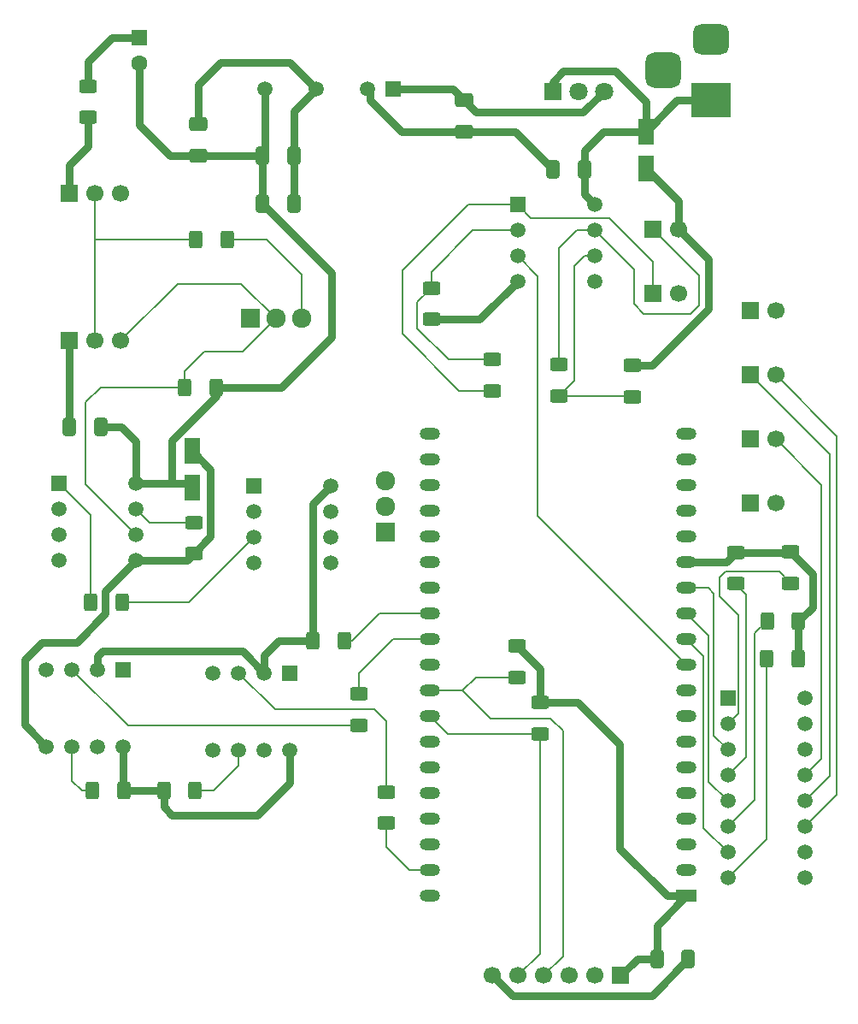
<source format=gbr>
%TF.GenerationSoftware,KiCad,Pcbnew,8.0.8*%
%TF.CreationDate,2025-02-05T15:07:17-06:00*%
%TF.ProjectId,DMXtoMotionPCB_V3,444d5874-6f4d-46f7-9469-6f6e5043425f,rev?*%
%TF.SameCoordinates,Original*%
%TF.FileFunction,Copper,L1,Top*%
%TF.FilePolarity,Positive*%
%FSLAX46Y46*%
G04 Gerber Fmt 4.6, Leading zero omitted, Abs format (unit mm)*
G04 Created by KiCad (PCBNEW 8.0.8) date 2025-02-05 15:07:17*
%MOMM*%
%LPD*%
G01*
G04 APERTURE LIST*
G04 Aperture macros list*
%AMRoundRect*
0 Rectangle with rounded corners*
0 $1 Rounding radius*
0 $2 $3 $4 $5 $6 $7 $8 $9 X,Y pos of 4 corners*
0 Add a 4 corners polygon primitive as box body*
4,1,4,$2,$3,$4,$5,$6,$7,$8,$9,$2,$3,0*
0 Add four circle primitives for the rounded corners*
1,1,$1+$1,$2,$3*
1,1,$1+$1,$4,$5*
1,1,$1+$1,$6,$7*
1,1,$1+$1,$8,$9*
0 Add four rect primitives between the rounded corners*
20,1,$1+$1,$2,$3,$4,$5,0*
20,1,$1+$1,$4,$5,$6,$7,0*
20,1,$1+$1,$6,$7,$8,$9,0*
20,1,$1+$1,$8,$9,$2,$3,0*%
%AMRotRect*
0 Rectangle, with rotation*
0 The origin of the aperture is its center*
0 $1 length*
0 $2 width*
0 $3 Rotation angle, in degrees counterclockwise*
0 Add horizontal line*
21,1,$1,$2,0,0,$3*%
G04 Aperture macros list end*
%TA.AperFunction,ComponentPad*%
%ADD10R,1.920000X1.920000*%
%TD*%
%TA.AperFunction,ComponentPad*%
%ADD11C,1.920000*%
%TD*%
%TA.AperFunction,ComponentPad*%
%ADD12R,4.000000X3.500000*%
%TD*%
%TA.AperFunction,ComponentPad*%
%ADD13RoundRect,0.750000X-1.000000X0.750000X-1.000000X-0.750000X1.000000X-0.750000X1.000000X0.750000X0*%
%TD*%
%TA.AperFunction,ComponentPad*%
%ADD14RoundRect,0.875000X-0.875000X0.875000X-0.875000X-0.875000X0.875000X-0.875000X0.875000X0.875000X0*%
%TD*%
%TA.AperFunction,ComponentPad*%
%ADD15R,1.700000X1.700000*%
%TD*%
%TA.AperFunction,ComponentPad*%
%ADD16C,1.700000*%
%TD*%
%TA.AperFunction,SMDPad,CuDef*%
%ADD17RoundRect,0.250000X-0.400000X-0.625000X0.400000X-0.625000X0.400000X0.625000X-0.400000X0.625000X0*%
%TD*%
%TA.AperFunction,SMDPad,CuDef*%
%ADD18RoundRect,0.250000X0.550000X-1.050000X0.550000X1.050000X-0.550000X1.050000X-0.550000X-1.050000X0*%
%TD*%
%TA.AperFunction,SMDPad,CuDef*%
%ADD19RoundRect,0.250000X-0.625000X0.400000X-0.625000X-0.400000X0.625000X-0.400000X0.625000X0.400000X0*%
%TD*%
%TA.AperFunction,SMDPad,CuDef*%
%ADD20RoundRect,0.250000X0.650000X-0.412500X0.650000X0.412500X-0.650000X0.412500X-0.650000X-0.412500X0*%
%TD*%
%TA.AperFunction,ComponentPad*%
%ADD21R,1.500000X1.500000*%
%TD*%
%TA.AperFunction,ComponentPad*%
%ADD22C,1.500000*%
%TD*%
%TA.AperFunction,SMDPad,CuDef*%
%ADD23RoundRect,0.250000X-0.412500X-0.650000X0.412500X-0.650000X0.412500X0.650000X-0.412500X0.650000X0*%
%TD*%
%TA.AperFunction,SMDPad,CuDef*%
%ADD24RoundRect,0.250000X-0.550042X1.049978X-0.549958X-1.050022X0.550042X-1.049978X0.549958X1.050022X0*%
%TD*%
%TA.AperFunction,SMDPad,CuDef*%
%ADD25RoundRect,0.250000X0.625000X-0.400000X0.625000X0.400000X-0.625000X0.400000X-0.625000X-0.400000X0*%
%TD*%
%TA.AperFunction,SMDPad,CuDef*%
%ADD26RoundRect,0.250000X0.625007X-0.399989X0.624993X0.400011X-0.625007X0.399989X-0.624993X-0.400011X0*%
%TD*%
%TA.AperFunction,ComponentPad*%
%ADD27R,2.000000X1.200000*%
%TD*%
%TA.AperFunction,ComponentPad*%
%ADD28O,2.000000X1.200000*%
%TD*%
%TA.AperFunction,SMDPad,CuDef*%
%ADD29RoundRect,0.250000X0.412500X0.650000X-0.412500X0.650000X-0.412500X-0.650000X0.412500X-0.650000X0*%
%TD*%
%TA.AperFunction,ComponentPad*%
%ADD30R,1.800000X1.800000*%
%TD*%
%TA.AperFunction,ComponentPad*%
%ADD31C,1.800000*%
%TD*%
%TA.AperFunction,SMDPad,CuDef*%
%ADD32RoundRect,0.250000X0.400000X0.625000X-0.400000X0.625000X-0.400000X-0.625000X0.400000X-0.625000X0*%
%TD*%
%TA.AperFunction,SMDPad,CuDef*%
%ADD33RoundRect,0.250000X-0.650000X0.412500X-0.650000X-0.412500X0.650000X-0.412500X0.650000X0.412500X0*%
%TD*%
%TA.AperFunction,ComponentPad*%
%ADD34RotRect,1.700000X1.700000X0.001684*%
%TD*%
%TA.AperFunction,SMDPad,CuDef*%
%ADD35RoundRect,0.250000X-0.625010X0.399984X-0.624990X-0.400016X0.625010X-0.399984X0.624990X0.400016X0*%
%TD*%
%TA.AperFunction,SMDPad,CuDef*%
%ADD36RoundRect,0.250000X-0.625003X0.399995X-0.624997X-0.400005X0.625003X-0.399995X0.624997X0.400005X0*%
%TD*%
%TA.AperFunction,ComponentPad*%
%ADD37R,1.600000X1.600000*%
%TD*%
%TA.AperFunction,ComponentPad*%
%ADD38C,1.600000*%
%TD*%
%TA.AperFunction,SMDPad,CuDef*%
%ADD39RoundRect,0.250000X0.412486X0.650009X-0.412514X0.649991X-0.412486X-0.650009X0.412514X-0.649991X0*%
%TD*%
%TA.AperFunction,Conductor*%
%ADD40C,0.800000*%
%TD*%
%TA.AperFunction,Conductor*%
%ADD41C,0.200000*%
%TD*%
G04 APERTURE END LIST*
D10*
%TO.P,S4,1*%
%TO.N,Net_22*%
X141460000Y-106930000D03*
D11*
%TO.P,S4,2*%
%TO.N,GND*%
X141460000Y-104390000D03*
%TO.P,S4,3*%
%TO.N,N/C*%
X141460000Y-101850000D03*
%TD*%
D12*
%TO.P,J1,1,1*%
%TO.N,12V*%
X173680000Y-64220000D03*
D13*
%TO.P,J1,2,2*%
%TO.N,GND*%
X173680000Y-58220000D03*
D14*
%TO.P,J1,3,3*%
%TO.N,unconnected-(J1-Pad3)*%
X168980000Y-61220000D03*
%TD*%
D15*
%TO.P,J6,1*%
%TO.N,Net_46*%
X167987500Y-83369500D03*
D16*
%TO.P,J6,2*%
%TO.N,GND*%
X170527500Y-83369500D03*
%TD*%
D17*
%TO.P,R13,1,A*%
%TO.N,3.3V_ESP*%
X134251100Y-117703600D03*
%TO.P,R13,2,B*%
%TO.N,RX*%
X137351100Y-117703600D03*
%TD*%
D18*
%TO.P,C5,1,PLUS*%
%TO.N,ISO-5V*%
X122310000Y-102540000D03*
%TO.P,C5,2,MINUS*%
%TO.N,ISO-GND*%
X122310000Y-98940000D03*
%TD*%
D17*
%TO.P,R5,1,A*%
%TO.N,Net_15*%
X112400000Y-132540000D03*
%TO.P,R5,2,B*%
%TO.N,ISO-5V*%
X115500000Y-132540000D03*
%TD*%
D19*
%TO.P,R3,1,A*%
%TO.N,Net_11*%
X141516100Y-132663600D03*
%TO.P,R3,2,B*%
%TO.N,Net_10*%
X141516100Y-135763600D03*
%TD*%
D15*
%TO.P,J4,1*%
%TO.N,Net_40*%
X177617000Y-97751000D03*
D16*
%TO.P,J4,2*%
%TO.N,Net_41*%
X180157000Y-97751000D03*
%TD*%
D20*
%TO.P,C1,1,1*%
%TO.N,ISO-5V*%
X122930000Y-69682500D03*
%TO.P,C1,2,2*%
%TO.N,ISO-GND*%
X122930000Y-66557500D03*
%TD*%
D21*
%TO.P,VO2,1*%
%TO.N,N/C*%
X115481100Y-120561100D03*
D22*
%TO.P,VO2,2,VF+*%
%TO.N,3.3V_ESP*%
X112941100Y-120561100D03*
%TO.P,VO2,3,VF-*%
%TO.N,Net_9*%
X110401100Y-120561100D03*
%TO.P,VO2,4*%
%TO.N,N/C*%
X107861100Y-120561100D03*
%TO.P,VO2,5,GND*%
%TO.N,ISO-GND*%
X107861100Y-128181100D03*
%TO.P,VO2,6,VO*%
%TO.N,Net_15*%
X110401100Y-128181100D03*
%TO.P,VO2,7,VE*%
%TO.N,unconnected-(VO2-VE-Pad7)*%
X112941100Y-128181100D03*
%TO.P,VO2,8,VCC*%
%TO.N,ISO-5V*%
X115481100Y-128181100D03*
%TD*%
D23*
%TO.P,C7,1,1*%
%TO.N,3.3V_ESP*%
X168337500Y-149200000D03*
%TO.P,C7,2,2*%
%TO.N,GND*%
X171462500Y-149200000D03*
%TD*%
D24*
%TO.P,C4,1,PLUS*%
%TO.N,12V*%
X167233515Y-67326133D03*
%TO.P,C4,2,MINUS*%
%TO.N,GND*%
X167233661Y-70926133D03*
%TD*%
D15*
%TO.P,J5,1*%
%TO.N,3.3V_ESP*%
X164760000Y-150830000D03*
D16*
%TO.P,J5,2*%
%TO.N,Net_32*%
X162220000Y-150830000D03*
%TO.P,J5,3*%
%TO.N,Net_33*%
X159680000Y-150830000D03*
%TO.P,J5,4*%
%TO.N,But1*%
X157140000Y-150830000D03*
%TO.P,J5,5*%
%TO.N,But2*%
X154600000Y-150830000D03*
%TO.P,J5,6*%
%TO.N,GND*%
X152060000Y-150830000D03*
%TD*%
D25*
%TO.P,R19,1,A*%
%TO.N,Net_21*%
X158630000Y-93490000D03*
%TO.P,R19,2,B*%
%TO.N,Net_18*%
X158630000Y-90390000D03*
%TD*%
D21*
%TO.P,U2,1,RO*%
%TO.N,Net_13*%
X109131100Y-102146100D03*
D22*
%TO.P,U2,2,~{RE}*%
%TO.N,Net_14*%
X109131100Y-104686100D03*
%TO.P,U2,3,DE*%
X109131100Y-107226100D03*
%TO.P,U2,4,DI*%
%TO.N,Net_15*%
X109131100Y-109766100D03*
%TO.P,U2,5,GND*%
%TO.N,ISO-GND*%
X116751100Y-109766100D03*
%TO.P,U2,6,A*%
%TO.N,Net_17*%
X116751100Y-107226100D03*
%TO.P,U2,7,B*%
%TO.N,Net_16*%
X116751100Y-104686100D03*
%TO.P,U2,8,VCC*%
%TO.N,ISO-5V*%
X116751100Y-102146100D03*
%TD*%
D19*
%TO.P,R14,1,A*%
%TO.N,GND*%
X176190000Y-108970000D03*
%TO.P,R14,2,B*%
%TO.N,Net_35*%
X176190000Y-112070000D03*
%TD*%
D17*
%TO.P,R4,1,A*%
%TO.N,Net_13*%
X112270000Y-113910000D03*
%TO.P,R4,2,B*%
%TO.N,Net_12*%
X115370000Y-113910000D03*
%TD*%
D15*
%TO.P,J3,1*%
%TO.N,ISO-GND*%
X110150000Y-88010000D03*
D16*
%TO.P,J3,2*%
%TO.N,Net_16*%
X112690000Y-88010000D03*
%TO.P,J3,3*%
%TO.N,Net_17*%
X115230000Y-88010000D03*
%TD*%
D21*
%TO.P,U5,1,OUT*%
%TO.N,Net_46*%
X154533600Y-74523600D03*
D22*
%TO.P,U5,2,IN-*%
%TO.N,Net_47*%
X154533600Y-77063600D03*
%TO.P,U5,3,IN+*%
%TO.N,Net_24*%
X154533600Y-79603600D03*
%TO.P,U5,4,V-*%
%TO.N,GND*%
X154533600Y-82143600D03*
%TO.P,U5,5,IN+*%
%TO.N,Net_8*%
X162153600Y-82143600D03*
%TO.P,U5,6,IN-*%
%TO.N,Net_21*%
X162153600Y-79603600D03*
%TO.P,U5,7,OUT*%
%TO.N,Net_18*%
X162153600Y-77063600D03*
%TO.P,U5,8,V+*%
%TO.N,12V*%
X162153600Y-74523600D03*
%TD*%
D21*
%TO.P,VO4,1,Anode@1*%
%TO.N,Net_6*%
X175380000Y-123410000D03*
D22*
%TO.P,VO4,2,Cathode@1*%
%TO.N,Net_0*%
X175380000Y-125950000D03*
%TO.P,VO4,3,Anode@2*%
%TO.N,Net_7*%
X175380000Y-128490000D03*
%TO.P,VO4,4,Cathode@2*%
%TO.N,Net_35*%
X175380000Y-131030000D03*
%TO.P,VO4,5,Anode@3*%
%TO.N,Net_1*%
X175380000Y-133570000D03*
%TO.P,VO4,6,Cathode@3*%
%TO.N,Net_36*%
X175380000Y-136110000D03*
%TO.P,VO4,7,Anode@4*%
%TO.N,Net_2*%
X175380000Y-138650000D03*
%TO.P,VO4,8,Cathode@4*%
%TO.N,Net_37*%
X175380000Y-141190000D03*
%TO.P,VO4,9,Emitter@4*%
%TO.N,Net_45*%
X183000000Y-141190000D03*
%TO.P,VO4,10,Collector@4*%
%TO.N,Net_44*%
X183000000Y-138650000D03*
%TO.P,VO4,11,Emitter@3*%
%TO.N,Net_43*%
X183000000Y-136110000D03*
%TO.P,VO4,12,Collector@3*%
%TO.N,Net_42*%
X183000000Y-133570000D03*
%TO.P,VO4,13,Emitter@2*%
%TO.N,Net_41*%
X183000000Y-131030000D03*
%TO.P,VO4,14,Collector@2*%
%TO.N,Net_40*%
X183000000Y-128490000D03*
%TO.P,VO4,15,Emitter@1*%
%TO.N,Net_38*%
X183000000Y-125950000D03*
%TO.P,VO4,16,Collector@1*%
%TO.N,Net_39*%
X183000000Y-123410000D03*
%TD*%
D26*
%TO.P,R8,1,A*%
%TO.N,ISO-GND*%
X122450028Y-109090000D03*
%TO.P,R8,2,B*%
%TO.N,Net_16*%
X122449972Y-105990000D03*
%TD*%
D17*
%TO.P,R7,1,A*%
%TO.N,Net_17*%
X121551100Y-92621100D03*
%TO.P,R7,2,B*%
%TO.N,ISO-5V*%
X124651100Y-92621100D03*
%TD*%
D21*
%TO.P,U1,1*%
%TO.N,5V*%
X142202600Y-63093600D03*
D22*
%TO.P,U1,2*%
%TO.N,GND*%
X139662600Y-63093600D03*
%TO.P,U1,5*%
%TO.N,ISO-GND*%
X134582600Y-63093600D03*
%TO.P,U1,7*%
%TO.N,ISO-5V*%
X129502600Y-63093600D03*
%TD*%
D25*
%TO.P,R20,1,A*%
%TO.N,GND*%
X145990000Y-85900000D03*
%TO.P,R20,2,B*%
%TO.N,Net_47*%
X145990000Y-82800000D03*
%TD*%
D19*
%TO.P,R10,1,A*%
%TO.N,3.3V_ESP*%
X154490000Y-118240000D03*
%TO.P,R10,2,B*%
%TO.N,But1*%
X154490000Y-121340000D03*
%TD*%
D27*
%TO.P,U6,1,3.3V*%
%TO.N,3.3V_ESP*%
X171270000Y-142960000D03*
D28*
%TO.P,U6,2,EN*%
%TO.N,unconnected-(U6-EN-Pad2)*%
X171270000Y-140420000D03*
%TO.P,U6,3,VP*%
%TO.N,unconnected-(U6-VP-Pad3)*%
X171270000Y-137880000D03*
%TO.P,U6,4,VN*%
%TO.N,unconnected-(U6-VN-Pad4)*%
X171270000Y-135340000D03*
%TO.P,U6,5,34*%
%TO.N,unconnected-(U6-34-Pad5)*%
X171270000Y-132800000D03*
%TO.P,U6,6,35*%
%TO.N,unconnected-(U6-35-Pad6)*%
X171270000Y-130260000D03*
%TO.P,U6,7,32*%
%TO.N,unconnected-(U6-32-Pad7)*%
X171270000Y-127720000D03*
%TO.P,U6,8,33*%
%TO.N,unconnected-(U6-33-Pad8)*%
X171270000Y-125180000D03*
%TO.P,U6,9,25*%
%TO.N,Net_8*%
X171270000Y-122640000D03*
%TO.P,U6,10,26*%
%TO.N,Net_24*%
X171270000Y-120100000D03*
%TO.P,U6,11,27*%
%TO.N,Net_2*%
X171270000Y-117560000D03*
%TO.P,U6,12,14*%
%TO.N,Net_1*%
X171270000Y-115020000D03*
%TO.P,U6,13,12*%
%TO.N,Net_7*%
X171270000Y-112480000D03*
%TO.P,U6,14,GND*%
%TO.N,GND*%
X171270000Y-109940000D03*
%TO.P,U6,15,13*%
%TO.N,Net_6*%
X171270000Y-107400000D03*
%TO.P,U6,16,D2*%
%TO.N,unconnected-(U6-D2-Pad16)*%
X171270000Y-104860000D03*
%TO.P,U6,17,D3*%
%TO.N,unconnected-(U6-D3-Pad17)*%
X171270000Y-102320000D03*
%TO.P,U6,18,CMD*%
%TO.N,unconnected-(U6-CMD-Pad18)*%
X171270000Y-99780000D03*
%TO.P,U6,19,5V*%
%TO.N,5V*%
X171270000Y-97240000D03*
%TO.P,U6,20,SCK/CLK*%
%TO.N,unconnected-(U6-SCK{slash}CLK-Pad20)*%
X145873680Y-97242720D03*
%TO.P,U6,21,SDO/SD0*%
%TO.N,unconnected-(U6-SDO{slash}SD0-Pad21)*%
X145873680Y-99782720D03*
%TO.P,U6,22,SDI/SD1*%
%TO.N,unconnected-(U6-SDI{slash}SD1-Pad22)*%
X145870000Y-102320000D03*
%TO.P,U6,23,IO15*%
%TO.N,Net_22*%
X145870000Y-104860000D03*
%TO.P,U6,24,IO2*%
%TO.N,unconnected-(U6-IO2-Pad24)*%
X145870000Y-107400000D03*
%TO.P,U6,25,IO0*%
%TO.N,unconnected-(U6-IO0-Pad25)*%
X145870000Y-109940000D03*
%TO.P,U6,26,IO4*%
%TO.N,unconnected-(U6-IO4-Pad26)*%
X145870000Y-112480000D03*
%TO.P,U6,27,IO16/RX2*%
%TO.N,RX*%
X145870000Y-115020000D03*
%TO.P,U6,28,IO17/TX2*%
%TO.N,TX*%
X145870000Y-117560000D03*
%TO.P,U6,29,IO5*%
%TO.N,unconnected-(U6-IO5-Pad29)*%
X145870000Y-120100000D03*
%TO.P,U6,30,IO18*%
%TO.N,But1*%
X145870000Y-122640000D03*
%TO.P,U6,31,IO19*%
%TO.N,But2*%
X145870000Y-125180000D03*
%TO.P,U6,32,GND*%
%TO.N,GND*%
X145870000Y-127720000D03*
%TO.P,U6,33,IO21*%
%TO.N,Net_32*%
X145870000Y-130260000D03*
%TO.P,U6,34,RXD0/IO3*%
%TO.N,unconnected-(U6-RXD0{slash}IO3-Pad34)*%
X145870000Y-132800000D03*
%TO.P,U6,35,TXD0/IO1*%
%TO.N,unconnected-(U6-TXD0{slash}IO1-Pad35)*%
X145870000Y-135340000D03*
%TO.P,U6,36,IO22*%
%TO.N,Net_33*%
X145870000Y-137880000D03*
%TO.P,U6,37,IO23*%
%TO.N,Net_10*%
X145870000Y-140420000D03*
%TO.P,U6,38,GND*%
%TO.N,GND*%
X145870000Y-142960000D03*
%TD*%
D29*
%TO.P,C8,1,1*%
%TO.N,ISO-5V*%
X113272500Y-96520000D03*
%TO.P,C8,2,2*%
%TO.N,ISO-GND*%
X110147500Y-96520000D03*
%TD*%
D30*
%TO.P,U4,1,IN*%
%TO.N,12V*%
X158026100Y-63306100D03*
D31*
%TO.P,U4,2,OUT*%
%TO.N,5V*%
X163106100Y-63306100D03*
%TO.P,U4,3,GND*%
%TO.N,GND*%
X160566100Y-63306100D03*
%TD*%
D32*
%TO.P,R15,1,A*%
%TO.N,GND*%
X182360000Y-115770000D03*
%TO.P,R15,2,B*%
%TO.N,Net_36*%
X179260000Y-115770000D03*
%TD*%
D33*
%TO.P,C9,1,1*%
%TO.N,5V*%
X149250000Y-64187500D03*
%TO.P,C9,2,2*%
%TO.N,GND*%
X149250000Y-67312500D03*
%TD*%
D19*
%TO.P,R17,1,A*%
%TO.N,GND*%
X181600000Y-108910000D03*
%TO.P,R17,2,B*%
%TO.N,Net_0*%
X181600000Y-112010000D03*
%TD*%
D23*
%TO.P,C3,1,1*%
%TO.N,ISO-5V*%
X129237500Y-74460000D03*
%TO.P,C3,2,2*%
%TO.N,ISO-GND*%
X132362500Y-74460000D03*
%TD*%
D34*
%TO.P,J8,1*%
%TO.N,Net_39*%
X177617000Y-104102037D03*
D16*
%TO.P,J8,2*%
%TO.N,Net_38*%
X180157000Y-104101963D03*
%TD*%
D17*
%TO.P,R6,1,A*%
%TO.N,ISO-5V*%
X119480000Y-132540000D03*
%TO.P,R6,2,B*%
%TO.N,Net_14*%
X122580000Y-132540000D03*
%TD*%
D34*
%TO.P,J7,1*%
%TO.N,Net_18*%
X167987500Y-77019537D03*
D16*
%TO.P,J7,2*%
%TO.N,GND*%
X170527500Y-77019463D03*
%TD*%
D19*
%TO.P,R9,1,A*%
%TO.N,3.3V_ESP*%
X156780000Y-123830000D03*
%TO.P,R9,2,B*%
%TO.N,But2*%
X156780000Y-126930000D03*
%TD*%
D15*
%TO.P,J10,1*%
%TO.N,Net_42*%
X177617000Y-91400000D03*
D16*
%TO.P,J10,2*%
%TO.N,Net_43*%
X180157000Y-91400000D03*
%TD*%
D35*
%TO.P,R1,1,A*%
%TO.N,Net_4*%
X111988560Y-62813600D03*
D36*
%TO.P,R1,2,B*%
%TO.N,ISO-GND*%
X111988640Y-65913600D03*
%TD*%
D15*
%TO.P,J9,1*%
%TO.N,Net_44*%
X177617000Y-85049500D03*
D16*
%TO.P,J9,2*%
%TO.N,Net_45*%
X180157000Y-85049500D03*
%TD*%
D21*
%TO.P,VO1,1*%
%TO.N,N/C*%
X128440000Y-102340000D03*
D22*
%TO.P,VO1,2,VF+*%
%TO.N,ISO-5V*%
X128440000Y-104880000D03*
%TO.P,VO1,3,VF-*%
%TO.N,Net_12*%
X128440000Y-107420000D03*
%TO.P,VO1,4*%
%TO.N,N/C*%
X128440000Y-109960000D03*
%TO.P,VO1,5,GND*%
%TO.N,GND*%
X136060000Y-109960000D03*
%TO.P,VO1,6,VO*%
%TO.N,RX*%
X136060000Y-107420000D03*
%TO.P,VO1,7,VE*%
%TO.N,unconnected-(VO1-VE-Pad7)*%
X136060000Y-104880000D03*
%TO.P,VO1,8,VCC*%
%TO.N,3.3V_ESP*%
X136060000Y-102340000D03*
%TD*%
D32*
%TO.P,R16,1,A*%
%TO.N,GND*%
X182330000Y-119460000D03*
%TO.P,R16,2,B*%
%TO.N,Net_37*%
X179230000Y-119460000D03*
%TD*%
D17*
%TO.P,R12,1,A*%
%TO.N,Net_16*%
X122670000Y-78010000D03*
%TO.P,R12,2,B*%
%TO.N,Net_34*%
X125770000Y-78010000D03*
%TD*%
D37*
%TO.P,D1,1,K*%
%TO.N,Net_4*%
X117068600Y-58013600D03*
D38*
%TO.P,D1,2,A*%
%TO.N,ISO-5V*%
X117068600Y-60553600D03*
%TD*%
D10*
%TO.P,S3,1*%
%TO.N,N/C*%
X128060000Y-85800000D03*
D11*
%TO.P,S3,2*%
%TO.N,Net_17*%
X130600000Y-85800000D03*
%TO.P,S3,3*%
%TO.N,Net_34*%
X133140000Y-85800000D03*
%TD*%
D23*
%TO.P,C2,1,1*%
%TO.N,ISO-5V*%
X129227500Y-69680000D03*
%TO.P,C2,2,2*%
%TO.N,ISO-GND*%
X132352500Y-69680000D03*
%TD*%
D21*
%TO.P,VO3,1*%
%TO.N,N/C*%
X131991100Y-120878600D03*
D22*
%TO.P,VO3,2,VF+*%
%TO.N,3.3V_ESP*%
X129451100Y-120878600D03*
%TO.P,VO3,3,VF-*%
%TO.N,Net_11*%
X126911100Y-120878600D03*
%TO.P,VO3,4*%
%TO.N,N/C*%
X124371100Y-120878600D03*
%TO.P,VO3,5,GND*%
%TO.N,ISO-GND*%
X124371100Y-128498600D03*
%TO.P,VO3,6,VO*%
%TO.N,Net_14*%
X126911100Y-128498600D03*
%TO.P,VO3,7,VE*%
%TO.N,unconnected-(VO3-VE-Pad7)*%
X129451100Y-128498600D03*
%TO.P,VO3,8,VCC*%
%TO.N,ISO-5V*%
X131991100Y-128498600D03*
%TD*%
D19*
%TO.P,R18,1,A*%
%TO.N,GND*%
X165930000Y-90450000D03*
%TO.P,R18,2,B*%
%TO.N,Net_21*%
X165930000Y-93550000D03*
%TD*%
D25*
%TO.P,R2,1,A*%
%TO.N,Net_9*%
X138860000Y-126090000D03*
%TO.P,R2,2,B*%
%TO.N,TX*%
X138860000Y-122990000D03*
%TD*%
D19*
%TO.P,R21,1,A*%
%TO.N,Net_47*%
X152030000Y-89840000D03*
%TO.P,R21,2,B*%
%TO.N,Net_46*%
X152030000Y-92940000D03*
%TD*%
D15*
%TO.P,J2,1*%
%TO.N,ISO-GND*%
X110150000Y-73450000D03*
D16*
%TO.P,J2,2*%
%TO.N,Net_16*%
X112690000Y-73450000D03*
%TO.P,J2,3*%
%TO.N,Net_17*%
X115230000Y-73450000D03*
%TD*%
D39*
%TO.P,C6,1,1*%
%TO.N,12V*%
X161176100Y-71031066D03*
%TO.P,C6,2,2*%
%TO.N,GND*%
X158051100Y-71031134D03*
%TD*%
D40*
%TO.N,3.3V_ESP*%
X164650000Y-138240000D02*
X169370000Y-142960000D01*
X168337500Y-149200000D02*
X166390000Y-149200000D01*
X112941100Y-119228900D02*
X113450000Y-118720000D01*
X166390000Y-149200000D02*
X164760000Y-150830000D01*
X156780000Y-123830000D02*
X160510000Y-123830000D01*
X113450000Y-118720000D02*
X127292500Y-118720000D01*
X134251100Y-104148900D02*
X136060000Y-102340000D01*
X169370000Y-142960000D02*
X171270000Y-142960000D01*
X168337500Y-145892500D02*
X171270000Y-142960000D01*
X127292500Y-118720000D02*
X129451100Y-120878600D01*
X129451100Y-119158900D02*
X130906400Y-117703600D01*
X129451100Y-120878600D02*
X129451100Y-119158900D01*
X112941100Y-120561100D02*
X112941100Y-119228900D01*
X130906400Y-117703600D02*
X134251100Y-117703600D01*
X168337500Y-149200000D02*
X168337500Y-145892500D01*
X160510000Y-123830000D02*
X164650000Y-127970000D01*
X168257500Y-149120000D02*
X168337500Y-149200000D01*
X134251100Y-117703600D02*
X134251100Y-104148900D01*
X154490000Y-118240000D02*
X156780000Y-120530000D01*
X164650000Y-127970000D02*
X164650000Y-138240000D01*
X156780000Y-120530000D02*
X156780000Y-123830000D01*
%TO.N,5V*%
X150462500Y-65400000D02*
X161012200Y-65400000D01*
X148156100Y-63093600D02*
X149250000Y-64187500D01*
X161012200Y-65400000D02*
X163106100Y-63306100D01*
X149250000Y-64187500D02*
X150462500Y-65400000D01*
X142468600Y-63093600D02*
X148156100Y-63093600D01*
D41*
%TO.N,But1*%
X157830000Y-125440000D02*
X159020000Y-126630000D01*
X145870000Y-122640000D02*
X148950000Y-122640000D01*
X159020000Y-148950000D02*
X157140000Y-150830000D01*
X151890000Y-125440000D02*
X157830000Y-125440000D01*
X150390000Y-121340000D02*
X154490000Y-121340000D01*
X149090000Y-122640000D02*
X150390000Y-121340000D01*
X159020000Y-126630000D02*
X159020000Y-148950000D01*
X148950000Y-122640000D02*
X149090000Y-122640000D01*
X149090000Y-122640000D02*
X151890000Y-125440000D01*
%TO.N,But2*%
X147620000Y-126930000D02*
X156780000Y-126930000D01*
X145870000Y-125180000D02*
X147620000Y-126930000D01*
X156780000Y-148650000D02*
X154600000Y-150830000D01*
X156480000Y-127230000D02*
X156780000Y-126930000D01*
X156780000Y-126930000D02*
X156780000Y-148650000D01*
D40*
%TO.N,GND*%
X154332466Y-67312500D02*
X158051100Y-71031134D01*
X167872792Y-90450000D02*
X173440000Y-84882792D01*
X139928600Y-64154260D02*
X143086840Y-67312500D01*
X181540000Y-108970000D02*
X181600000Y-108910000D01*
X173440000Y-84882792D02*
X173440000Y-79931963D01*
X171462500Y-149200000D02*
X167842500Y-152820000D01*
X176190000Y-108970000D02*
X181540000Y-108970000D01*
X170527500Y-74219972D02*
X167233661Y-70926133D01*
X150777200Y-85900000D02*
X154533600Y-82143600D01*
X171270000Y-109940000D02*
X175220000Y-109940000D01*
X182360000Y-119430000D02*
X182330000Y-119460000D01*
X139928600Y-63093600D02*
X139928600Y-64154260D01*
X182360000Y-115770000D02*
X182360000Y-119430000D01*
X149250000Y-67312500D02*
X154332466Y-67312500D01*
X173440000Y-79931963D02*
X170527500Y-77019463D01*
X183770000Y-114360000D02*
X183770000Y-111080000D01*
X175220000Y-109940000D02*
X176190000Y-108970000D01*
X145990000Y-85900000D02*
X150777200Y-85900000D01*
X182360000Y-115770000D02*
X183770000Y-114360000D01*
X154050000Y-152820000D02*
X152060000Y-150830000D01*
X167842500Y-152820000D02*
X154050000Y-152820000D01*
X165930000Y-90450000D02*
X167872792Y-90450000D01*
X170527500Y-77019463D02*
X170527500Y-74219972D01*
X183770000Y-111080000D02*
X181600000Y-108910000D01*
X143086840Y-67312500D02*
X149250000Y-67312500D01*
%TO.N,ISO-5V*%
X119480000Y-134170000D02*
X119480000Y-132540000D01*
X117068600Y-66628600D02*
X117068600Y-60553600D01*
X129227500Y-74450000D02*
X129237500Y-74460000D01*
X122930000Y-69682500D02*
X120122500Y-69682500D01*
X129502600Y-63093600D02*
X129502600Y-69404900D01*
X115500000Y-132540000D02*
X119480000Y-132540000D01*
X120320000Y-135010000D02*
X119480000Y-134170000D01*
X116751100Y-97981100D02*
X116751100Y-102146100D01*
X120290000Y-97868148D02*
X124651100Y-93507048D01*
X136110000Y-87620000D02*
X131108900Y-92621100D01*
X128730000Y-135010000D02*
X120320000Y-135010000D01*
X129237500Y-74460000D02*
X136110000Y-81332500D01*
X129227500Y-69680000D02*
X122932500Y-69680000D01*
X115290000Y-96520000D02*
X116751100Y-97981100D01*
X122932500Y-69680000D02*
X122930000Y-69682500D01*
X129502600Y-69404900D02*
X129227500Y-69680000D01*
X131108900Y-92621100D02*
X124651100Y-92621100D01*
X120290000Y-102146100D02*
X121916100Y-102146100D01*
X129227500Y-69680000D02*
X129227500Y-74450000D01*
X116751100Y-102146100D02*
X120290000Y-102146100D01*
X131991100Y-131748900D02*
X128730000Y-135010000D01*
X115481100Y-128181100D02*
X115481100Y-132521100D01*
X136110000Y-81332500D02*
X136110000Y-87620000D01*
X131991100Y-128498600D02*
X131991100Y-131748900D01*
X113272500Y-96520000D02*
X115290000Y-96520000D01*
X124651100Y-93507048D02*
X124651100Y-92621100D01*
X120290000Y-102146100D02*
X120290000Y-97868148D01*
X115481100Y-132521100D02*
X115500000Y-132540000D01*
X120122500Y-69682500D02*
X117068600Y-66628600D01*
%TO.N,ISO-GND*%
X105690000Y-126010000D02*
X107861100Y-128181100D01*
X110150000Y-73450000D02*
X110150000Y-70590000D01*
X125110000Y-60450000D02*
X131939000Y-60450000D01*
X105690000Y-119574141D02*
X105690000Y-126010000D01*
X132352500Y-69680000D02*
X132352500Y-65323700D01*
X122930000Y-66557500D02*
X122930000Y-62630000D01*
X121773928Y-109766100D02*
X122450028Y-109090000D01*
X132352500Y-65323700D02*
X134582600Y-63093600D01*
X122310000Y-98940000D02*
X124124980Y-100754980D01*
X113720000Y-112797200D02*
X113720000Y-114976852D01*
X132352500Y-69680000D02*
X132352500Y-74450000D01*
X110150000Y-89620000D02*
X110150000Y-90120000D01*
X122930000Y-62630000D02*
X125110000Y-60450000D01*
X110150000Y-90120000D02*
X110150000Y-96517500D01*
X124124980Y-100754980D02*
X124124980Y-107415048D01*
X111988640Y-68751360D02*
X111988640Y-65913600D01*
X132352500Y-74450000D02*
X132362500Y-74460000D01*
X110160000Y-90110000D02*
X110150000Y-90120000D01*
X113720000Y-114976852D02*
X110846852Y-117850000D01*
X124124980Y-107415048D02*
X122450028Y-109090000D01*
X116751100Y-109766100D02*
X121773928Y-109766100D01*
X110150000Y-88010000D02*
X110150000Y-89620000D01*
X116751100Y-109766100D02*
X113720000Y-112797200D01*
X107414141Y-117850000D02*
X105690000Y-119574141D01*
X110846852Y-117850000D02*
X107414141Y-117850000D01*
X110150000Y-70590000D02*
X111988640Y-68751360D01*
X131939000Y-60450000D02*
X134582600Y-63093600D01*
X110150000Y-96517500D02*
X110147500Y-96520000D01*
D41*
%TO.N,Net_16*%
X122670000Y-78010000D02*
X112770000Y-78010000D01*
X112690000Y-78090000D02*
X112690000Y-88010000D01*
X116751100Y-104686100D02*
X118055000Y-105990000D01*
X112690000Y-73450000D02*
X112690000Y-78090000D01*
X112770000Y-78010000D02*
X112690000Y-78090000D01*
X118055000Y-105990000D02*
X122449972Y-105990000D01*
%TO.N,Net_17*%
X121551100Y-91000000D02*
X121551100Y-92621100D01*
X127170000Y-82370000D02*
X130600000Y-85800000D01*
X115230000Y-88010000D02*
X120870000Y-82370000D01*
X123491100Y-89060000D02*
X121551100Y-91000000D01*
X120870000Y-82370000D02*
X127170000Y-82370000D01*
X113228900Y-92621100D02*
X121551100Y-92621100D01*
X130600000Y-85800000D02*
X127340000Y-89060000D01*
X127340000Y-89060000D02*
X123491100Y-89060000D01*
X111730000Y-102205000D02*
X111730000Y-94120000D01*
X116751100Y-107226100D02*
X111730000Y-102205000D01*
X111730000Y-94120000D02*
X113228900Y-92621100D01*
%TO.N,Net_18*%
X158630000Y-78850000D02*
X160416400Y-77063600D01*
X172540000Y-84510000D02*
X172540000Y-81572037D01*
X162153600Y-77063600D02*
X166080000Y-80990000D01*
X166080000Y-80990000D02*
X166080000Y-84370000D01*
X172540000Y-81572037D02*
X167987500Y-77019537D01*
X167050000Y-85340000D02*
X171710000Y-85340000D01*
X167987500Y-77297500D02*
X167987500Y-77019537D01*
X171710000Y-85340000D02*
X172540000Y-84510000D01*
X166080000Y-84370000D02*
X167050000Y-85340000D01*
X160416400Y-77063600D02*
X162153600Y-77063600D01*
X158630000Y-90390000D02*
X158630000Y-78850000D01*
%TO.N,Net_34*%
X133140000Y-81440000D02*
X133140000Y-85800000D01*
X129710000Y-78010000D02*
X133140000Y-81440000D01*
X125770000Y-78010000D02*
X129710000Y-78010000D01*
%TO.N,Net_41*%
X180157000Y-97751000D02*
X184670000Y-102264000D01*
X184670000Y-102264000D02*
X184670000Y-129360000D01*
X184670000Y-129360000D02*
X183000000Y-131030000D01*
%TO.N,Net_42*%
X185480000Y-99263000D02*
X185480000Y-131090000D01*
X177617000Y-91400000D02*
X185480000Y-99263000D01*
X185480000Y-131090000D02*
X183000000Y-133570000D01*
%TO.N,Net_43*%
X186190000Y-97433000D02*
X186190000Y-132920000D01*
X186190000Y-132920000D02*
X183000000Y-136110000D01*
X180157000Y-91400000D02*
X186190000Y-97433000D01*
%TO.N,Net_46*%
X143120000Y-81070000D02*
X149666400Y-74523600D01*
X167987500Y-80227500D02*
X167987500Y-83369500D01*
X148770000Y-92940000D02*
X143120000Y-87290000D01*
X149666400Y-74523600D02*
X154533600Y-74523600D01*
X155850000Y-75840000D02*
X163600000Y-75840000D01*
X152030000Y-92940000D02*
X148770000Y-92940000D01*
X143120000Y-87290000D02*
X143120000Y-81070000D01*
X163600000Y-75840000D02*
X167987500Y-80227500D01*
X154533600Y-74523600D02*
X155850000Y-75840000D01*
%TO.N,Net_24*%
X156550000Y-81620000D02*
X156550000Y-105380000D01*
X156550000Y-105380000D02*
X171270000Y-120100000D01*
X154533600Y-79603600D02*
X156550000Y-81620000D01*
%TO.N,TX*%
X138860000Y-120880000D02*
X142180000Y-117560000D01*
X138860000Y-122990000D02*
X138860000Y-120880000D01*
X142180000Y-117560000D02*
X145870000Y-117560000D01*
%TO.N,Net_36*%
X175380000Y-136110000D02*
X178060000Y-133430000D01*
X178060000Y-116970000D02*
X179260000Y-115770000D01*
X178060000Y-133430000D02*
X178060000Y-116970000D01*
%TO.N,Net_12*%
X115370000Y-113910000D02*
X121950000Y-113910000D01*
X121950000Y-113910000D02*
X128440000Y-107420000D01*
%TO.N,Net_0*%
X180440000Y-110850000D02*
X181600000Y-112010000D01*
X174570000Y-111410000D02*
X175130000Y-110850000D01*
X174570000Y-113310000D02*
X174570000Y-111410000D01*
X175130000Y-110850000D02*
X180440000Y-110850000D01*
X175380000Y-125950000D02*
X176430000Y-124900000D01*
X176430000Y-124900000D02*
X176430000Y-115170000D01*
X176430000Y-115170000D02*
X174570000Y-113310000D01*
%TO.N,Net_37*%
X175380000Y-141190000D02*
X179230000Y-137340000D01*
X179230000Y-137340000D02*
X179230000Y-119460000D01*
%TO.N,Net_35*%
X177220000Y-129190000D02*
X177220000Y-113100000D01*
X177220000Y-113100000D02*
X176190000Y-112070000D01*
X175380000Y-131030000D02*
X177220000Y-129190000D01*
%TO.N,RX*%
X137984700Y-117070000D02*
X137351100Y-117703600D01*
X140820000Y-115020000D02*
X145870000Y-115020000D01*
X138136400Y-117703600D02*
X140820000Y-115020000D01*
X137351100Y-117703600D02*
X138136400Y-117703600D01*
D40*
%TO.N,Net_4*%
X114346400Y-58013600D02*
X117068600Y-58013600D01*
X111988560Y-60371440D02*
X114346400Y-58013600D01*
X111988560Y-62813600D02*
X111988560Y-60371440D01*
D41*
%TO.N,Net_47*%
X144615000Y-84175000D02*
X144615000Y-86775000D01*
X144615000Y-86775000D02*
X147680000Y-89840000D01*
X145990000Y-82800000D02*
X145990000Y-81180000D01*
X147680000Y-89840000D02*
X152030000Y-89840000D01*
X150106400Y-77063600D02*
X154533600Y-77063600D01*
X145990000Y-81180000D02*
X150106400Y-77063600D01*
X145990000Y-82800000D02*
X144615000Y-84175000D01*
%TO.N,Net_21*%
X160170000Y-80630000D02*
X161196400Y-79603600D01*
X158630000Y-93490000D02*
X165870000Y-93490000D01*
X165870000Y-93490000D02*
X165930000Y-93550000D01*
X158630000Y-93490000D02*
X160170000Y-91950000D01*
X160170000Y-91950000D02*
X160170000Y-80630000D01*
X161196400Y-79603600D02*
X162153600Y-79603600D01*
%TO.N,Net_2*%
X172960000Y-119250000D02*
X171270000Y-117560000D01*
X175380000Y-138650000D02*
X172960000Y-136230000D01*
X172960000Y-136230000D02*
X172960000Y-119250000D01*
%TO.N,Net_10*%
X141516100Y-135763600D02*
X141516100Y-138126100D01*
X143810000Y-140420000D02*
X145870000Y-140420000D01*
X141516100Y-138126100D02*
X143810000Y-140420000D01*
%TO.N,Net_1*%
X173470000Y-131660000D02*
X173470000Y-117220000D01*
X175380000Y-133570000D02*
X173470000Y-131660000D01*
X173470000Y-117220000D02*
X171270000Y-115020000D01*
%TO.N,Net_14*%
X124430000Y-132540000D02*
X126911100Y-130058900D01*
X122580000Y-132540000D02*
X124430000Y-132540000D01*
X126911100Y-130058900D02*
X126911100Y-128498600D01*
%TO.N,Net_7*%
X173430000Y-112480000D02*
X174000000Y-113050000D01*
X171270000Y-112480000D02*
X173430000Y-112480000D01*
X174000000Y-113050000D02*
X174000000Y-127110000D01*
X174000000Y-127110000D02*
X175380000Y-128490000D01*
%TO.N,Net_15*%
X110401100Y-131571100D02*
X110401100Y-128181100D01*
X111370000Y-132540000D02*
X110401100Y-131571100D01*
X112400000Y-132540000D02*
X111370000Y-132540000D01*
%TO.N,Net_9*%
X115930000Y-126090000D02*
X138860000Y-126090000D01*
X110401100Y-120561100D02*
X115930000Y-126090000D01*
%TO.N,Net_13*%
X109131100Y-102146100D02*
X112270000Y-105285000D01*
X112270000Y-105285000D02*
X112270000Y-113910000D01*
%TO.N,Net_11*%
X140390000Y-124500000D02*
X141516100Y-125626100D01*
X130532500Y-124500000D02*
X140390000Y-124500000D01*
X126911100Y-120878600D02*
X130532500Y-124500000D01*
X141516100Y-125626100D02*
X141516100Y-132663600D01*
D40*
%TO.N,12V*%
X158026100Y-63306100D02*
X158026100Y-62393900D01*
X161176100Y-71031066D02*
X161176100Y-73546100D01*
X167233515Y-67326133D02*
X170339648Y-64220000D01*
X161176100Y-71031066D02*
X161176100Y-69203900D01*
X167233515Y-64343515D02*
X167233515Y-67326133D01*
X158026100Y-62393900D02*
X159080000Y-61340000D01*
X163053867Y-67326133D02*
X167233515Y-67326133D01*
X170339648Y-64220000D02*
X173680000Y-64220000D01*
X161176100Y-69203900D02*
X163053867Y-67326133D01*
X164230000Y-61340000D02*
X167233515Y-64343515D01*
X159080000Y-61340000D02*
X164230000Y-61340000D01*
X161176100Y-73546100D02*
X162153600Y-74523600D01*
%TD*%
M02*

</source>
